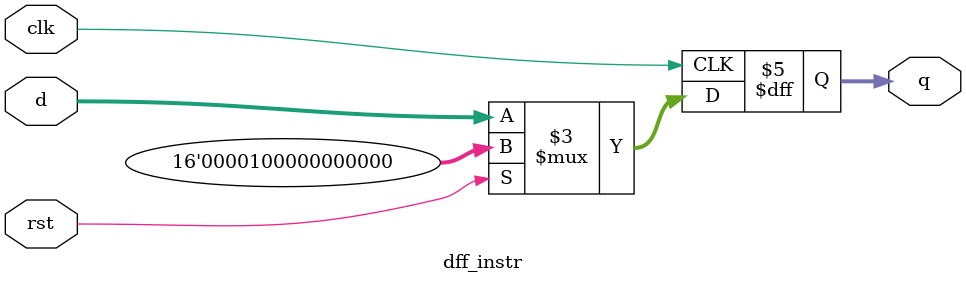
<source format=v>
module dff_instr(clk, rst, q, d);

    input clk;
    input rst;
    input [15:0] d;
    output reg [15:0] q;

    always @(posedge clk) begin
        if (rst)
            q <= 16'h0800;
        else
            q <= d;
    end

endmodule
</source>
